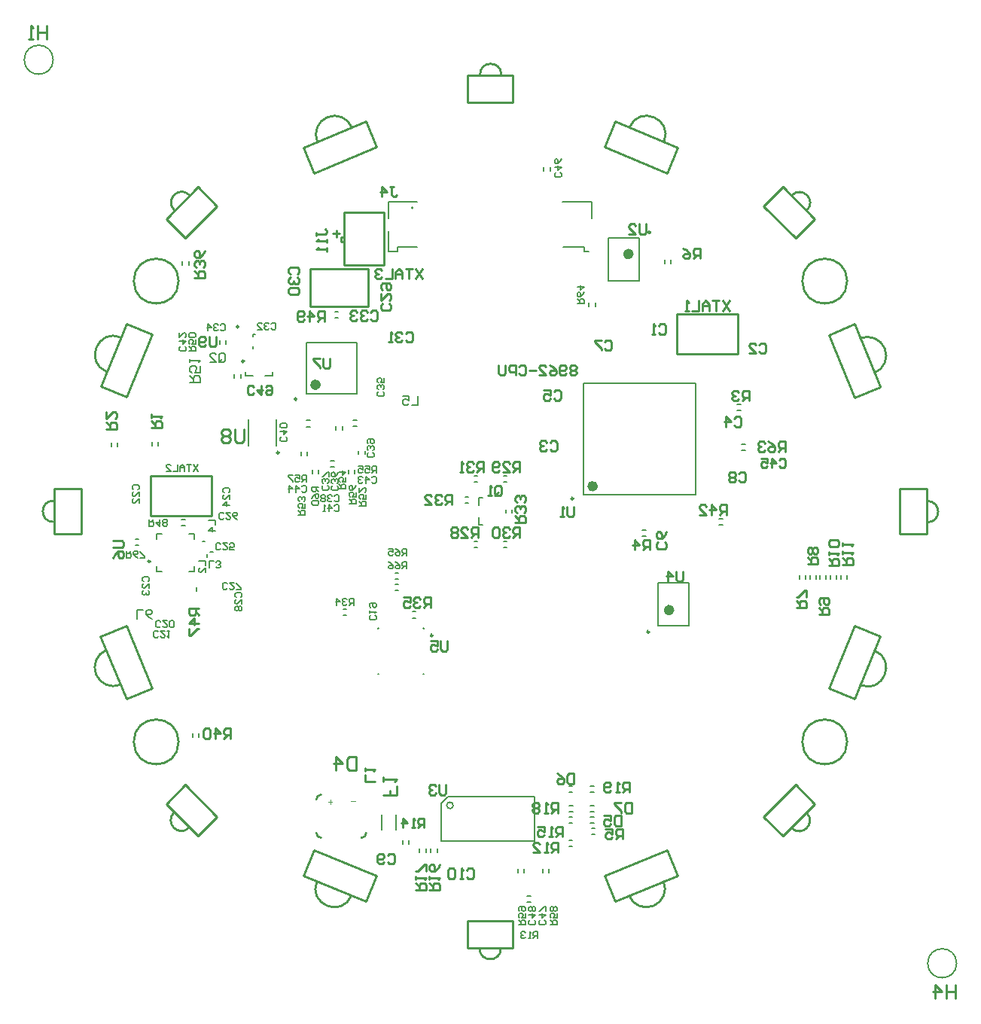
<source format=gbo>
%FSLAX25Y25*%
%MOIN*%
G70*
G01*
G75*
G04 Layer_Color=32896*
%ADD10C,0.01500*%
%ADD11C,0.04000*%
%ADD12R,0.03150X0.05906*%
G04:AMPARAMS|DCode=13|XSize=35.43mil|YSize=27.56mil|CornerRadius=0mil|HoleSize=0mil|Usage=FLASHONLY|Rotation=169.100|XOffset=0mil|YOffset=0mil|HoleType=Round|Shape=Rectangle|*
%AMROTATEDRECTD13*
4,1,4,0.02000,0.01018,0.01479,-0.01688,-0.02000,-0.01018,-0.01479,0.01688,0.02000,0.01018,0.0*
%
%ADD13ROTATEDRECTD13*%

%ADD14R,0.02756X0.03543*%
G04:AMPARAMS|DCode=15|XSize=35.43mil|YSize=27.56mil|CornerRadius=0mil|HoleSize=0mil|Usage=FLASHONLY|Rotation=162.000|XOffset=0mil|YOffset=0mil|HoleType=Round|Shape=Rectangle|*
%AMROTATEDRECTD15*
4,1,4,0.02111,0.00763,0.01259,-0.01858,-0.02111,-0.00763,-0.01259,0.01858,0.02111,0.00763,0.0*
%
%ADD15ROTATEDRECTD15*%

G04:AMPARAMS|DCode=16|XSize=35.43mil|YSize=27.56mil|CornerRadius=0mil|HoleSize=0mil|Usage=FLASHONLY|Rotation=234.000|XOffset=0mil|YOffset=0mil|HoleType=Round|Shape=Rectangle|*
%AMROTATEDRECTD16*
4,1,4,-0.00073,0.02243,0.02156,0.00623,0.00073,-0.02243,-0.02156,-0.00623,-0.00073,0.02243,0.0*
%
%ADD16ROTATEDRECTD16*%

G04:AMPARAMS|DCode=17|XSize=35.43mil|YSize=27.56mil|CornerRadius=0mil|HoleSize=0mil|Usage=FLASHONLY|Rotation=306.000|XOffset=0mil|YOffset=0mil|HoleType=Round|Shape=Rectangle|*
%AMROTATEDRECTD17*
4,1,4,-0.02156,0.00623,0.00073,0.02243,0.02156,-0.00623,-0.00073,-0.02243,-0.02156,0.00623,0.0*
%
%ADD17ROTATEDRECTD17*%

G04:AMPARAMS|DCode=18|XSize=35.43mil|YSize=27.56mil|CornerRadius=0mil|HoleSize=0mil|Usage=FLASHONLY|Rotation=18.000|XOffset=0mil|YOffset=0mil|HoleType=Round|Shape=Rectangle|*
%AMROTATEDRECTD18*
4,1,4,-0.01259,-0.01858,-0.02111,0.00763,0.01259,0.01858,0.02111,-0.00763,-0.01259,-0.01858,0.0*
%
%ADD18ROTATEDRECTD18*%

%ADD19R,0.03543X0.02756*%
%ADD20R,0.08000X0.05000*%
G04:AMPARAMS|DCode=21|XSize=35.43mil|YSize=27.56mil|CornerRadius=0mil|HoleSize=0mil|Usage=FLASHONLY|Rotation=225.000|XOffset=0mil|YOffset=0mil|HoleType=Round|Shape=Rectangle|*
%AMROTATEDRECTD21*
4,1,4,0.00278,0.02227,0.02227,0.00278,-0.00278,-0.02227,-0.02227,-0.00278,0.00278,0.02227,0.0*
%
%ADD21ROTATEDRECTD21*%

G04:AMPARAMS|DCode=22|XSize=19.69mil|YSize=23.62mil|CornerRadius=0mil|HoleSize=0mil|Usage=FLASHONLY|Rotation=337.500|XOffset=0mil|YOffset=0mil|HoleType=Round|Shape=Rectangle|*
%AMROTATEDRECTD22*
4,1,4,-0.01361,-0.00715,-0.00457,0.01468,0.01361,0.00715,0.00457,-0.01468,-0.01361,-0.00715,0.0*
%
%ADD22ROTATEDRECTD22*%

G04:AMPARAMS|DCode=23|XSize=19.69mil|YSize=23.62mil|CornerRadius=0mil|HoleSize=0mil|Usage=FLASHONLY|Rotation=292.500|XOffset=0mil|YOffset=0mil|HoleType=Round|Shape=Rectangle|*
%AMROTATEDRECTD23*
4,1,4,-0.01468,0.00457,0.00715,0.01361,0.01468,-0.00457,-0.00715,-0.01361,-0.01468,0.00457,0.0*
%
%ADD23ROTATEDRECTD23*%

G04:AMPARAMS|DCode=24|XSize=19.69mil|YSize=23.62mil|CornerRadius=0mil|HoleSize=0mil|Usage=FLASHONLY|Rotation=247.500|XOffset=0mil|YOffset=0mil|HoleType=Round|Shape=Rectangle|*
%AMROTATEDRECTD24*
4,1,4,-0.00715,0.01361,0.01468,0.00457,0.00715,-0.01361,-0.01468,-0.00457,-0.00715,0.01361,0.0*
%
%ADD24ROTATEDRECTD24*%

G04:AMPARAMS|DCode=25|XSize=19.69mil|YSize=23.62mil|CornerRadius=0mil|HoleSize=0mil|Usage=FLASHONLY|Rotation=202.500|XOffset=0mil|YOffset=0mil|HoleType=Round|Shape=Rectangle|*
%AMROTATEDRECTD25*
4,1,4,0.00457,0.01468,0.01361,-0.00715,-0.00457,-0.01468,-0.01361,0.00715,0.00457,0.01468,0.0*
%
%ADD25ROTATEDRECTD25*%

%ADD26R,0.02362X0.01969*%
%ADD27R,0.01969X0.02362*%
G04:AMPARAMS|DCode=28|XSize=80mil|YSize=50mil|CornerRadius=0mil|HoleSize=0mil|Usage=FLASHONLY|Rotation=104.000|XOffset=0mil|YOffset=0mil|HoleType=Round|Shape=Rectangle|*
%AMROTATEDRECTD28*
4,1,4,0.03393,-0.03276,-0.01458,-0.04486,-0.03393,0.03276,0.01458,0.04486,0.03393,-0.03276,0.0*
%
%ADD28ROTATEDRECTD28*%

%ADD29R,0.09449X0.09449*%
%ADD30R,0.06850X0.05512*%
%ADD31P,0.13919X4X345.0*%
%ADD32P,0.13919X4X285.0*%
G04:AMPARAMS|DCode=33|XSize=17.32mil|YSize=98.43mil|CornerRadius=0mil|HoleSize=0mil|Usage=FLASHONLY|Rotation=245.000|XOffset=0mil|YOffset=0mil|HoleType=Round|Shape=Rectangle|*
%AMROTATEDRECTD33*
4,1,4,-0.04094,0.02865,0.04826,-0.01295,0.04094,-0.02865,-0.04826,0.01295,-0.04094,0.02865,0.0*
%
%ADD33ROTATEDRECTD33*%

%ADD34R,0.04134X0.05906*%
%ADD35R,0.02362X0.04134*%
G04:AMPARAMS|DCode=36|XSize=64.96mil|YSize=21.65mil|CornerRadius=0mil|HoleSize=0mil|Usage=FLASHONLY|Rotation=259.100|XOffset=0mil|YOffset=0mil|HoleType=Round|Shape=Rectangle|*
%AMROTATEDRECTD36*
4,1,4,-0.00449,0.03394,0.01677,0.02985,0.00449,-0.03394,-0.01677,-0.02985,-0.00449,0.03394,0.0*
%
%ADD36ROTATEDRECTD36*%

%ADD37C,0.00800*%
%ADD38C,0.02500*%
%ADD39C,0.02000*%
%ADD40C,0.01200*%
%ADD41C,0.01000*%
G04:AMPARAMS|DCode=42|XSize=10mil|YSize=50mil|CornerRadius=0mil|HoleSize=0mil|Usage=FLASHONLY|Rotation=216.000|XOffset=0mil|YOffset=0mil|HoleType=Round|Shape=Rectangle|*
%AMROTATEDRECTD42*
4,1,4,-0.01065,0.02316,0.01874,-0.01729,0.01065,-0.02316,-0.01874,0.01729,-0.01065,0.02316,0.0*
%
%ADD42ROTATEDRECTD42*%

G04:AMPARAMS|DCode=43|XSize=10mil|YSize=50mil|CornerRadius=0mil|HoleSize=0mil|Usage=FLASHONLY|Rotation=144.000|XOffset=0mil|YOffset=0mil|HoleType=Round|Shape=Rectangle|*
%AMROTATEDRECTD43*
4,1,4,0.01874,0.01729,-0.01065,-0.02316,-0.01874,-0.01729,0.01065,0.02316,0.01874,0.01729,0.0*
%
%ADD43ROTATEDRECTD43*%

G04:AMPARAMS|DCode=44|XSize=10mil|YSize=50mil|CornerRadius=0mil|HoleSize=0mil|Usage=FLASHONLY|Rotation=288.000|XOffset=0mil|YOffset=0mil|HoleType=Round|Shape=Rectangle|*
%AMROTATEDRECTD44*
4,1,4,-0.02532,-0.00297,0.02223,0.01248,0.02532,0.00297,-0.02223,-0.01248,-0.02532,-0.00297,0.0*
%
%ADD44ROTATEDRECTD44*%

G04:AMPARAMS|DCode=45|XSize=10mil|YSize=50mil|CornerRadius=0mil|HoleSize=0mil|Usage=FLASHONLY|Rotation=72.000|XOffset=0mil|YOffset=0mil|HoleType=Round|Shape=Rectangle|*
%AMROTATEDRECTD45*
4,1,4,0.02223,-0.01248,-0.02532,0.00297,-0.02223,0.01248,0.02532,-0.00297,0.02223,-0.01248,0.0*
%
%ADD45ROTATEDRECTD45*%

%ADD46R,0.01000X0.05000*%
%ADD47C,0.03000*%
%ADD48C,0.15800*%
%ADD49C,0.14900*%
%ADD50C,0.06000*%
%ADD51C,0.26000*%
%ADD52C,0.08661*%
%ADD53C,0.05000*%
%ADD54R,0.05906X0.05906*%
%ADD55C,0.05906*%
G04:AMPARAMS|DCode=56|XSize=86.61mil|YSize=70.87mil|CornerRadius=0mil|HoleSize=0mil|Usage=FLASHONLY|Rotation=79.100|XOffset=0mil|YOffset=0mil|HoleType=Round|Shape=Round|*
%AMOVALD56*
21,1,0.01575,0.07087,0.00000,0.00000,79.1*
1,1,0.07087,-0.00149,-0.00773*
1,1,0.07087,0.00149,0.00773*
%
%ADD56OVALD56*%

%ADD57C,0.03500*%
%ADD58C,0.02700*%
%ADD59C,0.02598*%
%ADD60R,0.06693X0.01378*%
%ADD61R,0.05906X0.02362*%
%ADD62R,0.05512X0.04724*%
%ADD63R,0.03543X0.03150*%
%ADD64R,0.07087X0.04724*%
%ADD65R,0.03150X0.03543*%
%ADD66R,0.08661X0.07480*%
%ADD67O,0.01496X0.06299*%
%ADD68R,0.03937X0.04429*%
%ADD69R,0.06299X0.05118*%
%ADD70R,0.02913X0.11004*%
%ADD71R,0.04724X0.05512*%
%ADD72R,0.01142X0.06890*%
%ADD73R,0.06890X0.01142*%
%ADD74R,0.06496X0.01142*%
%ADD75R,0.01142X0.06496*%
%ADD76O,0.03347X0.00984*%
%ADD77O,0.00984X0.03347*%
%ADD78R,0.14173X0.14173*%
%ADD79O,0.00984X0.03150*%
%ADD80O,0.03150X0.00984*%
%ADD81R,0.02362X0.05906*%
%ADD82R,0.01732X0.05394*%
%ADD83C,0.02913*%
%ADD84C,0.02914*%
%ADD85R,0.07500X0.06000*%
%ADD86C,0.00500*%
%ADD87C,0.00787*%
%ADD88C,0.00984*%
%ADD89C,0.01300*%
%ADD90R,0.03950X0.06706*%
%ADD91C,0.04800*%
G04:AMPARAMS|DCode=92|XSize=43.43mil|YSize=35.56mil|CornerRadius=0mil|HoleSize=0mil|Usage=FLASHONLY|Rotation=169.100|XOffset=0mil|YOffset=0mil|HoleType=Round|Shape=Rectangle|*
%AMROTATEDRECTD92*
4,1,4,0.02469,0.01335,0.01796,-0.02157,-0.02469,-0.01335,-0.01796,0.02157,0.02469,0.01335,0.0*
%
%ADD92ROTATEDRECTD92*%

%ADD93R,0.03556X0.04343*%
G04:AMPARAMS|DCode=94|XSize=43.43mil|YSize=35.56mil|CornerRadius=0mil|HoleSize=0mil|Usage=FLASHONLY|Rotation=162.000|XOffset=0mil|YOffset=0mil|HoleType=Round|Shape=Rectangle|*
%AMROTATEDRECTD94*
4,1,4,0.02615,0.01020,0.01516,-0.02362,-0.02615,-0.01020,-0.01516,0.02362,0.02615,0.01020,0.0*
%
%ADD94ROTATEDRECTD94*%

G04:AMPARAMS|DCode=95|XSize=43.43mil|YSize=35.56mil|CornerRadius=0mil|HoleSize=0mil|Usage=FLASHONLY|Rotation=234.000|XOffset=0mil|YOffset=0mil|HoleType=Round|Shape=Rectangle|*
%AMROTATEDRECTD95*
4,1,4,-0.00162,0.02802,0.02715,0.00712,0.00162,-0.02802,-0.02715,-0.00712,-0.00162,0.02802,0.0*
%
%ADD95ROTATEDRECTD95*%

G04:AMPARAMS|DCode=96|XSize=43.43mil|YSize=35.56mil|CornerRadius=0mil|HoleSize=0mil|Usage=FLASHONLY|Rotation=306.000|XOffset=0mil|YOffset=0mil|HoleType=Round|Shape=Rectangle|*
%AMROTATEDRECTD96*
4,1,4,-0.02715,0.00712,0.00162,0.02802,0.02715,-0.00712,-0.00162,-0.02802,-0.02715,0.00712,0.0*
%
%ADD96ROTATEDRECTD96*%

G04:AMPARAMS|DCode=97|XSize=43.43mil|YSize=35.56mil|CornerRadius=0mil|HoleSize=0mil|Usage=FLASHONLY|Rotation=18.000|XOffset=0mil|YOffset=0mil|HoleType=Round|Shape=Rectangle|*
%AMROTATEDRECTD97*
4,1,4,-0.01516,-0.02362,-0.02615,0.01020,0.01516,0.02362,0.02615,-0.01020,-0.01516,-0.02362,0.0*
%
%ADD97ROTATEDRECTD97*%

%ADD98R,0.04343X0.03556*%
%ADD99R,0.08800X0.05800*%
G04:AMPARAMS|DCode=100|XSize=43.43mil|YSize=35.56mil|CornerRadius=0mil|HoleSize=0mil|Usage=FLASHONLY|Rotation=225.000|XOffset=0mil|YOffset=0mil|HoleType=Round|Shape=Rectangle|*
%AMROTATEDRECTD100*
4,1,4,0.00278,0.02793,0.02793,0.00278,-0.00278,-0.02793,-0.02793,-0.00278,0.00278,0.02793,0.0*
%
%ADD100ROTATEDRECTD100*%

G04:AMPARAMS|DCode=101|XSize=27.69mil|YSize=31.62mil|CornerRadius=0mil|HoleSize=0mil|Usage=FLASHONLY|Rotation=337.500|XOffset=0mil|YOffset=0mil|HoleType=Round|Shape=Rectangle|*
%AMROTATEDRECTD101*
4,1,4,-0.01884,-0.00931,-0.00674,0.01991,0.01884,0.00931,0.00674,-0.01991,-0.01884,-0.00931,0.0*
%
%ADD101ROTATEDRECTD101*%

G04:AMPARAMS|DCode=102|XSize=27.69mil|YSize=31.62mil|CornerRadius=0mil|HoleSize=0mil|Usage=FLASHONLY|Rotation=292.500|XOffset=0mil|YOffset=0mil|HoleType=Round|Shape=Rectangle|*
%AMROTATEDRECTD102*
4,1,4,-0.01991,0.00674,0.00931,0.01884,0.01991,-0.00674,-0.00931,-0.01884,-0.01991,0.00674,0.0*
%
%ADD102ROTATEDRECTD102*%

G04:AMPARAMS|DCode=103|XSize=27.69mil|YSize=31.62mil|CornerRadius=0mil|HoleSize=0mil|Usage=FLASHONLY|Rotation=247.500|XOffset=0mil|YOffset=0mil|HoleType=Round|Shape=Rectangle|*
%AMROTATEDRECTD103*
4,1,4,-0.00931,0.01884,0.01991,0.00674,0.00931,-0.01884,-0.01991,-0.00674,-0.00931,0.01884,0.0*
%
%ADD103ROTATEDRECTD103*%

G04:AMPARAMS|DCode=104|XSize=27.69mil|YSize=31.62mil|CornerRadius=0mil|HoleSize=0mil|Usage=FLASHONLY|Rotation=202.500|XOffset=0mil|YOffset=0mil|HoleType=Round|Shape=Rectangle|*
%AMROTATEDRECTD104*
4,1,4,0.00674,0.01991,0.01884,-0.00931,-0.00674,-0.01991,-0.01884,0.00931,0.00674,0.01991,0.0*
%
%ADD104ROTATEDRECTD104*%

%ADD105R,0.03162X0.02769*%
%ADD106R,0.02769X0.03162*%
G04:AMPARAMS|DCode=107|XSize=88mil|YSize=58mil|CornerRadius=0mil|HoleSize=0mil|Usage=FLASHONLY|Rotation=104.000|XOffset=0mil|YOffset=0mil|HoleType=Round|Shape=Rectangle|*
%AMROTATEDRECTD107*
4,1,4,0.03878,-0.03568,-0.01749,-0.04971,-0.03878,0.03568,0.01749,0.04971,0.03878,-0.03568,0.0*
%
%ADD107ROTATEDRECTD107*%

%ADD108R,0.10249X0.10249*%
%ADD109R,0.07650X0.06312*%
%ADD110P,0.15051X4X345.0*%
%ADD111P,0.15051X4X285.0*%
G04:AMPARAMS|DCode=112|XSize=25.32mil|YSize=106.42mil|CornerRadius=0mil|HoleSize=0mil|Usage=FLASHONLY|Rotation=245.000|XOffset=0mil|YOffset=0mil|HoleType=Round|Shape=Rectangle|*
%AMROTATEDRECTD112*
4,1,4,-0.04288,0.03396,0.05358,-0.01101,0.04288,-0.03396,-0.05358,0.01101,-0.04288,0.03396,0.0*
%
%ADD112ROTATEDRECTD112*%

%ADD113R,0.04934X0.06706*%
%ADD114R,0.03162X0.04934*%
G04:AMPARAMS|DCode=115|XSize=72.96mil|YSize=29.65mil|CornerRadius=0mil|HoleSize=0mil|Usage=FLASHONLY|Rotation=259.100|XOffset=0mil|YOffset=0mil|HoleType=Round|Shape=Rectangle|*
%AMROTATEDRECTD115*
4,1,4,-0.00766,0.03863,0.02146,0.03302,0.00766,-0.03863,-0.02146,-0.03302,-0.00766,0.03863,0.0*
%
%ADD115ROTATEDRECTD115*%

%ADD116C,0.03800*%
%ADD117C,0.16600*%
%ADD118C,0.15700*%
%ADD119C,0.06800*%
%ADD120C,0.26800*%
%ADD121C,0.09461*%
%ADD122C,0.05800*%
%ADD123R,0.06706X0.06706*%
%ADD124C,0.06706*%
G04:AMPARAMS|DCode=125|XSize=94.61mil|YSize=78.87mil|CornerRadius=0mil|HoleSize=0mil|Usage=FLASHONLY|Rotation=79.100|XOffset=0mil|YOffset=0mil|HoleType=Round|Shape=Round|*
%AMOVALD125*
21,1,0.01575,0.07887,0.00000,0.00000,79.1*
1,1,0.07887,-0.00149,-0.00773*
1,1,0.07887,0.00149,0.00773*
%
%ADD125OVALD125*%

%ADD126C,0.04300*%
%ADD127R,0.07493X0.02178*%
%ADD128R,0.06706X0.03162*%
%ADD129R,0.06312X0.05524*%
%ADD130R,0.04343X0.03950*%
%ADD131R,0.07887X0.05524*%
%ADD132R,0.03950X0.04343*%
%ADD133R,0.09461X0.08280*%
%ADD134O,0.02296X0.07099*%
%ADD135R,0.04737X0.05229*%
%ADD136R,0.07099X0.05918*%
%ADD137R,0.03713X0.11804*%
%ADD138R,0.05524X0.06312*%
%ADD139R,0.01942X0.07690*%
%ADD140R,0.07690X0.01942*%
%ADD141R,0.07296X0.01942*%
%ADD142R,0.01942X0.07296*%
%ADD143O,0.04147X0.01784*%
%ADD144O,0.01784X0.04147*%
%ADD145R,0.14973X0.14973*%
%ADD146O,0.01784X0.03950*%
%ADD147O,0.03950X0.01784*%
%ADD148R,0.03162X0.06706*%
%ADD149R,0.02532X0.06194*%
%ADD150C,0.03398*%
%ADD151C,0.02362*%
%ADD152C,0.00394*%
D37*
X606400Y200000D02*
G03*
X606400Y200000I-6400J0D01*
G01*
X206400Y600000D02*
G03*
X206400Y600000I-6400J0D01*
G01*
X383490Y269905D02*
G03*
X383490Y269905I-1419J0D01*
G01*
X378331Y254157D02*
X419669D01*
Y273843D01*
X381283D02*
X419669D01*
X378331Y270890D02*
X381283Y273843D01*
X378331Y254157D02*
Y270890D01*
X363000Y380500D02*
Y383499D01*
X361501D01*
X361001Y382999D01*
Y381999D01*
X361501Y381500D01*
X363000D01*
X362000D02*
X361001Y380500D01*
X358002Y383499D02*
X359001Y382999D01*
X360001Y381999D01*
Y381000D01*
X359501Y380500D01*
X358502D01*
X358002Y381000D01*
Y381500D01*
X358502Y381999D01*
X360001D01*
X355003Y383499D02*
X357002D01*
Y381999D01*
X356002Y382499D01*
X355502D01*
X355003Y381999D01*
Y381000D01*
X355502Y380500D01*
X356502D01*
X357002Y381000D01*
X363000Y374700D02*
Y377699D01*
X361501D01*
X361001Y377199D01*
Y376200D01*
X361501Y375700D01*
X363000D01*
X362000D02*
X361001Y374700D01*
X358002Y377699D02*
X359001Y377199D01*
X360001Y376200D01*
Y375200D01*
X359501Y374700D01*
X358502D01*
X358002Y375200D01*
Y375700D01*
X358502Y376200D01*
X360001D01*
X355003Y377699D02*
X356002Y377199D01*
X357002Y376200D01*
Y375200D01*
X356502Y374700D01*
X355502D01*
X355003Y375200D01*
Y375700D01*
X355502Y376200D01*
X357002D01*
X267000Y457000D02*
X271498D01*
Y459249D01*
X270749Y459999D01*
X269249D01*
X268499Y459249D01*
Y457000D01*
Y458499D02*
X267000Y459999D01*
X271498Y464498D02*
Y461498D01*
X269249D01*
X269999Y462998D01*
Y463748D01*
X269249Y464498D01*
X267750D01*
X267000Y463748D01*
Y462248D01*
X267750Y461498D01*
X267000Y465997D02*
Y467497D01*
Y466747D01*
X271498D01*
X270749Y465997D01*
X430999Y549999D02*
X431499Y549500D01*
Y548500D01*
X430999Y548000D01*
X429000D01*
X428500Y548500D01*
Y549500D01*
X429000Y549999D01*
X428500Y552498D02*
X431499D01*
X429999Y550999D01*
Y552998D01*
X431499Y555997D02*
X430999Y554998D01*
X429999Y553998D01*
X429000D01*
X428500Y554498D01*
Y555498D01*
X429000Y555997D01*
X429500D01*
X429999Y555498D01*
Y553998D01*
X412500Y217000D02*
X415499D01*
Y218499D01*
X414999Y218999D01*
X414000D01*
X413500Y218499D01*
Y217000D01*
Y218000D02*
X412500Y218999D01*
X415499Y221998D02*
Y219999D01*
X414000D01*
X414499Y220999D01*
Y221498D01*
X414000Y221998D01*
X413000D01*
X412500Y221498D01*
Y220499D01*
X413000Y219999D01*
Y222998D02*
X412500Y223498D01*
Y224498D01*
X413000Y224997D01*
X414999D01*
X415499Y224498D01*
Y223498D01*
X414999Y222998D01*
X414499D01*
X414000Y223498D01*
Y224997D01*
X426500Y217000D02*
X429499D01*
Y218499D01*
X428999Y218999D01*
X427999D01*
X427500Y218499D01*
Y217000D01*
Y218000D02*
X426500Y218999D01*
X429499Y221998D02*
Y219999D01*
X427999D01*
X428499Y220999D01*
Y221498D01*
X427999Y221998D01*
X427000D01*
X426500Y221498D01*
Y220499D01*
X427000Y219999D01*
X428999Y222998D02*
X429499Y223498D01*
Y224498D01*
X428999Y224997D01*
X428499D01*
X427999Y224498D01*
X427500Y224997D01*
X427000D01*
X426500Y224498D01*
Y223498D01*
X427000Y222998D01*
X427500D01*
X427999Y223498D01*
X428499Y222998D01*
X428999D01*
X427999Y223498D02*
Y224498D01*
X423999Y218999D02*
X424499Y218499D01*
Y217500D01*
X423999Y217000D01*
X422000D01*
X421500Y217500D01*
Y218499D01*
X422000Y218999D01*
X421500Y221498D02*
X424499D01*
X422999Y219999D01*
Y221998D01*
X424499Y222998D02*
Y224997D01*
X423999D01*
X422000Y222998D01*
X421500D01*
X419499Y218999D02*
X419999Y218499D01*
Y217500D01*
X419499Y217000D01*
X417500D01*
X417000Y217500D01*
Y218499D01*
X417500Y218999D01*
X417000Y221498D02*
X419999D01*
X418500Y219999D01*
Y221998D01*
X419499Y222998D02*
X419999Y223498D01*
Y224498D01*
X419499Y224997D01*
X418999D01*
X418500Y224498D01*
X418000Y224997D01*
X417500D01*
X417000Y224498D01*
Y223498D01*
X417500Y222998D01*
X418000D01*
X418500Y223498D01*
X418999Y222998D01*
X419499D01*
X418500Y223498D02*
Y224498D01*
X438500Y492000D02*
X441499D01*
Y493500D01*
X440999Y493999D01*
X439999D01*
X439500Y493500D01*
Y492000D01*
Y493000D02*
X438500Y493999D01*
X441499Y496998D02*
X440999Y495999D01*
X439999Y494999D01*
X439000D01*
X438500Y495499D01*
Y496498D01*
X439000Y496998D01*
X439500D01*
X439999Y496498D01*
Y494999D01*
X438500Y499498D02*
X441499D01*
X439999Y497998D01*
Y499997D01*
X239000Y382500D02*
Y379501D01*
X240499D01*
X240999Y380001D01*
Y381000D01*
X240499Y381500D01*
X239000D01*
X240000D02*
X240999Y382500D01*
X243998Y379501D02*
X242999Y380001D01*
X241999Y381000D01*
Y382000D01*
X242499Y382500D01*
X243498D01*
X243998Y382000D01*
Y381500D01*
X243498Y381000D01*
X241999D01*
X244998Y379501D02*
X246997D01*
Y380001D01*
X244998Y382000D01*
Y382500D01*
X339500Y358500D02*
Y361499D01*
X338000D01*
X337501Y360999D01*
Y359999D01*
X338000Y359500D01*
X339500D01*
X338500D02*
X337501Y358500D01*
X336501Y360999D02*
X336001Y361499D01*
X335001D01*
X334502Y360999D01*
Y360499D01*
X335001Y359999D01*
X335501D01*
X335001D01*
X334502Y359500D01*
Y359000D01*
X335001Y358500D01*
X336001D01*
X336501Y359000D01*
X332002Y358500D02*
Y361499D01*
X333502Y359999D01*
X331503D01*
X303001Y482999D02*
X303501Y483499D01*
X304500D01*
X305000Y482999D01*
Y481000D01*
X304500Y480500D01*
X303501D01*
X303001Y481000D01*
X302001Y482999D02*
X301501Y483499D01*
X300501D01*
X300002Y482999D01*
Y482499D01*
X300501Y481999D01*
X301001D01*
X300501D01*
X300002Y481500D01*
Y481000D01*
X300501Y480500D01*
X301501D01*
X302001Y481000D01*
X297003Y480500D02*
X299002D01*
X297003Y482499D01*
Y482999D01*
X297502Y483499D01*
X298502D01*
X299002Y482999D01*
X264849Y472999D02*
X265349Y472500D01*
Y471500D01*
X264849Y471000D01*
X262850D01*
X262350Y471500D01*
Y472500D01*
X262850Y472999D01*
X262350Y475498D02*
X265349D01*
X263849Y473999D01*
Y475998D01*
X262350Y478997D02*
Y476998D01*
X264349Y478997D01*
X264849D01*
X265349Y478498D01*
Y477498D01*
X264849Y476998D01*
X331001Y402499D02*
X331501Y402999D01*
X332500D01*
X333000Y402499D01*
Y400500D01*
X332500Y400000D01*
X331501D01*
X331001Y400500D01*
X328502Y400000D02*
Y402999D01*
X330001Y401500D01*
X328002D01*
X327002Y400000D02*
X326002D01*
X326502D01*
Y402999D01*
X327002Y402499D01*
X347501Y414999D02*
X348001Y415499D01*
X349000D01*
X349500Y414999D01*
Y413000D01*
X349000Y412500D01*
X348001D01*
X347501Y413000D01*
X345002Y412500D02*
Y415499D01*
X346501Y414000D01*
X344502D01*
X343502Y414999D02*
X343002Y415499D01*
X342002D01*
X341503Y414999D01*
Y414499D01*
X342002Y414000D01*
X342502D01*
X342002D01*
X341503Y413500D01*
Y413000D01*
X342002Y412500D01*
X343002D01*
X343502Y413000D01*
X316501Y410999D02*
X317001Y411499D01*
X318000D01*
X318500Y410999D01*
Y409000D01*
X318000Y408500D01*
X317001D01*
X316501Y409000D01*
X314001Y408500D02*
Y411499D01*
X315501Y410000D01*
X313502D01*
X311002Y408500D02*
Y411499D01*
X312502Y410000D01*
X310503D01*
X348999Y353999D02*
X349499Y353500D01*
Y352500D01*
X348999Y352000D01*
X347000D01*
X346500Y352500D01*
Y353500D01*
X347000Y353999D01*
X346500Y354999D02*
Y355999D01*
Y355499D01*
X349499D01*
X348999Y354999D01*
X347000Y357498D02*
X346500Y357998D01*
Y358998D01*
X347000Y359498D01*
X348999D01*
X349499Y358998D01*
Y357998D01*
X348999Y357498D01*
X348499D01*
X348000Y357998D01*
Y359498D01*
X367800Y450999D02*
Y447000D01*
X365134D01*
X361136Y450999D02*
X363801D01*
Y448999D01*
X362468Y449666D01*
X361802D01*
X361136Y448999D01*
Y447666D01*
X361802Y447000D01*
X363135D01*
X363801Y447666D01*
X270500Y420818D02*
X268501Y417819D01*
Y420818D02*
X270500Y417819D01*
X267501Y420818D02*
X265502D01*
X266501D01*
Y417819D01*
X264502D02*
Y419818D01*
X263502Y420818D01*
X262503Y419818D01*
Y417819D01*
Y419318D01*
X264502D01*
X261503Y420818D02*
Y417819D01*
X259504D01*
X256505D02*
X258504D01*
X256505Y419818D01*
Y420318D01*
X257004Y420818D01*
X258004D01*
X258504Y420318D01*
X246501Y369001D02*
X246001Y369500D01*
Y370500D01*
X246501Y371000D01*
X248500D01*
X249000Y370500D01*
Y369500D01*
X248500Y369001D01*
X249000Y366002D02*
Y368001D01*
X247001Y366002D01*
X246501D01*
X246001Y366501D01*
Y367501D01*
X246501Y368001D01*
Y365002D02*
X246001Y364502D01*
Y363502D01*
X246501Y363003D01*
X247001D01*
X247500Y363502D01*
Y364002D01*
Y363502D01*
X248000Y363003D01*
X248500D01*
X249000Y363502D01*
Y364502D01*
X248500Y365002D01*
X253999Y349182D02*
X253500Y348682D01*
X252500D01*
X252000Y349182D01*
Y351181D01*
X252500Y351681D01*
X253500D01*
X253999Y351181D01*
X256998Y351681D02*
X254999D01*
X256998Y349682D01*
Y349182D01*
X256499Y348682D01*
X255499D01*
X254999Y349182D01*
X257998D02*
X258498Y348682D01*
X259498D01*
X259997Y349182D01*
Y351181D01*
X259498Y351681D01*
X258498D01*
X257998Y351181D01*
Y349182D01*
X287501Y362001D02*
X287001Y362501D01*
Y363500D01*
X287501Y364000D01*
X289500D01*
X290000Y363500D01*
Y362501D01*
X289500Y362001D01*
X290000Y359002D02*
Y361001D01*
X288001Y359002D01*
X287501D01*
X287001Y359502D01*
Y360501D01*
X287501Y361001D01*
Y358002D02*
X287001Y357502D01*
Y356502D01*
X287501Y356003D01*
X288001D01*
X288500Y356502D01*
X289000Y356003D01*
X289500D01*
X290000Y356502D01*
Y357502D01*
X289500Y358002D01*
X289000D01*
X288500Y357502D01*
X288001Y358002D01*
X287501D01*
X288500Y357502D02*
Y356502D01*
X280499Y383580D02*
X279999Y383080D01*
X279000D01*
X278500Y383580D01*
Y385579D01*
X279000Y386079D01*
X279999D01*
X280499Y385579D01*
X283498Y386079D02*
X281499D01*
X283498Y384080D01*
Y383580D01*
X282998Y383080D01*
X281999D01*
X281499Y383580D01*
X286497Y383080D02*
X284498D01*
Y384579D01*
X285498Y384080D01*
X285998D01*
X286497Y384579D01*
Y385579D01*
X285998Y386079D01*
X284998D01*
X284498Y385579D01*
X252999Y344682D02*
X252500Y344182D01*
X251500D01*
X251000Y344682D01*
Y346681D01*
X251500Y347181D01*
X252500D01*
X252999Y346681D01*
X255998Y347181D02*
X253999D01*
X255998Y345182D01*
Y344682D01*
X255499Y344182D01*
X254499D01*
X253999Y344682D01*
X256998Y347181D02*
X257998D01*
X257498D01*
Y344182D01*
X256998Y344682D01*
X282182Y408320D02*
X281682Y408819D01*
Y409819D01*
X282182Y410319D01*
X284181D01*
X284681Y409819D01*
Y408819D01*
X284181Y408320D01*
X284681Y405321D02*
Y407320D01*
X282682Y405321D01*
X282182D01*
X281682Y405820D01*
Y406820D01*
X282182Y407320D01*
X284681Y402821D02*
X281682D01*
X283182Y404321D01*
Y402321D01*
X281999Y397001D02*
X281500Y396501D01*
X280500D01*
X280000Y397001D01*
Y399000D01*
X280500Y399500D01*
X281500D01*
X281999Y399000D01*
X284998Y399500D02*
X282999D01*
X284998Y397501D01*
Y397001D01*
X284499Y396501D01*
X283499D01*
X282999Y397001D01*
X287997Y396501D02*
X286998Y397001D01*
X285998Y398001D01*
Y399000D01*
X286498Y399500D01*
X287498D01*
X287997Y399000D01*
Y398500D01*
X287498Y398001D01*
X285998D01*
X242001Y409761D02*
X241501Y410260D01*
Y411260D01*
X242001Y411760D01*
X244000D01*
X244500Y411260D01*
Y410260D01*
X244000Y409761D01*
X244500Y406762D02*
Y408761D01*
X242501Y406762D01*
X242001D01*
X241501Y407261D01*
Y408261D01*
X242001Y408761D01*
X244500Y403762D02*
Y405762D01*
X242501Y403762D01*
X242001D01*
X241501Y404262D01*
Y405262D01*
X242001Y405762D01*
X283499Y366001D02*
X282999Y365501D01*
X282000D01*
X281500Y366001D01*
Y368000D01*
X282000Y368500D01*
X282999D01*
X283499Y368000D01*
X286498Y368500D02*
X284499D01*
X286498Y366501D01*
Y366001D01*
X285999Y365501D01*
X284999D01*
X284499Y366001D01*
X287498Y365501D02*
X289497D01*
Y366001D01*
X287498Y368000D01*
Y368500D01*
X275500Y375001D02*
Y378000D01*
X277499D01*
X278499Y375501D02*
X278999Y375001D01*
X279998D01*
X280498Y375501D01*
Y376001D01*
X279998Y376501D01*
X279499D01*
X279998D01*
X280498Y377000D01*
Y377500D01*
X279998Y378000D01*
X278999D01*
X278499Y377500D01*
X271001Y378000D02*
X274000D01*
Y376001D01*
Y373002D02*
Y375001D01*
X272001Y373002D01*
X271501D01*
X271001Y373501D01*
Y374501D01*
X271501Y375001D01*
X275201Y396060D02*
X278200D01*
Y394061D01*
Y391561D02*
X275201D01*
X276700Y393061D01*
Y391061D01*
X249000Y396500D02*
Y393501D01*
X250500D01*
X250999Y394001D01*
Y395001D01*
X250500Y395500D01*
X249000D01*
X250000D02*
X250999Y396500D01*
X253499D02*
Y393501D01*
X251999Y395001D01*
X253998D01*
X254998Y394001D02*
X255498Y393501D01*
X256498D01*
X256997Y394001D01*
Y394501D01*
X256498Y395001D01*
X256997Y395500D01*
Y396000D01*
X256498Y396500D01*
X255498D01*
X254998Y396000D01*
Y395500D01*
X255498Y395001D01*
X254998Y394501D01*
Y394001D01*
X255498Y395001D02*
X256498D01*
X280501Y482499D02*
X281000Y482999D01*
X282000D01*
X282500Y482499D01*
Y480500D01*
X282000Y480000D01*
X281000D01*
X280501Y480500D01*
X279501Y482499D02*
X279001Y482999D01*
X278001D01*
X277502Y482499D01*
Y481999D01*
X278001Y481499D01*
X278501D01*
X278001D01*
X277502Y481000D01*
Y480500D01*
X278001Y480000D01*
X279001D01*
X279501Y480500D01*
X275002Y480000D02*
Y482999D01*
X276502Y481499D01*
X274503D01*
X352499Y452999D02*
X352999Y452499D01*
Y451500D01*
X352499Y451000D01*
X350500D01*
X350000Y451500D01*
Y452499D01*
X350500Y452999D01*
X352499Y453999D02*
X352999Y454499D01*
Y455499D01*
X352499Y455998D01*
X351999D01*
X351500Y455499D01*
Y454999D01*
Y455499D01*
X351000Y455998D01*
X350500D01*
X350000Y455499D01*
Y454499D01*
X350500Y453999D01*
X352999Y458997D02*
Y456998D01*
X351500D01*
X351999Y457998D01*
Y458498D01*
X351500Y458997D01*
X350500D01*
X350000Y458498D01*
Y457498D01*
X350500Y456998D01*
X332028Y411328D02*
X332527Y410828D01*
Y409828D01*
X332028Y409328D01*
X330028D01*
X329528Y409828D01*
Y410828D01*
X330028Y411328D01*
X332028Y412327D02*
X332527Y412827D01*
Y413827D01*
X332028Y414327D01*
X331528D01*
X331028Y413827D01*
Y413327D01*
Y413827D01*
X330528Y414327D01*
X330028D01*
X329528Y413827D01*
Y412827D01*
X330028Y412327D01*
X332527Y417326D02*
X332028Y416326D01*
X331028Y415326D01*
X330028D01*
X329528Y415826D01*
Y416826D01*
X330028Y417326D01*
X330528D01*
X331028Y416826D01*
Y415326D01*
X309499Y432999D02*
X309999Y432500D01*
Y431500D01*
X309499Y431000D01*
X307500D01*
X307000Y431500D01*
Y432500D01*
X307500Y432999D01*
X307000Y435499D02*
X309999D01*
X308500Y433999D01*
Y435998D01*
X309499Y436998D02*
X309999Y437498D01*
Y438498D01*
X309499Y438997D01*
X307500D01*
X307000Y438498D01*
Y437498D01*
X307500Y436998D01*
X309499D01*
X347999Y425999D02*
X348499Y425499D01*
Y424500D01*
X347999Y424000D01*
X346000D01*
X345500Y424500D01*
Y425499D01*
X346000Y425999D01*
X347999Y426999D02*
X348499Y427499D01*
Y428499D01*
X347999Y428998D01*
X347499D01*
X347000Y428499D01*
Y427999D01*
Y428499D01*
X346500Y428998D01*
X346000D01*
X345500Y428499D01*
Y427499D01*
X346000Y426999D01*
Y429998D02*
X345500Y430498D01*
Y431498D01*
X346000Y431997D01*
X347999D01*
X348499Y431498D01*
Y430498D01*
X347999Y429998D01*
X347499D01*
X347000Y430498D01*
Y431997D01*
X331001Y406899D02*
X331501Y407399D01*
X332500D01*
X333000Y406899D01*
Y404900D01*
X332500Y404400D01*
X331501D01*
X331001Y404900D01*
X330001Y406899D02*
X329501Y407399D01*
X328502D01*
X328002Y406899D01*
Y406399D01*
X328502Y405899D01*
X329001D01*
X328502D01*
X328002Y405400D01*
Y404900D01*
X328502Y404400D01*
X329501D01*
X330001Y404900D01*
X327002Y406899D02*
X326502Y407399D01*
X325502D01*
X325003Y406899D01*
Y406399D01*
X325502Y405899D01*
X325003Y405400D01*
Y404900D01*
X325502Y404400D01*
X326502D01*
X327002Y404900D01*
Y405400D01*
X326502Y405899D01*
X327002Y406399D01*
Y406899D01*
X326502Y405899D02*
X325502D01*
X318500Y413000D02*
Y415999D01*
X317001D01*
X316501Y415499D01*
Y414500D01*
X317001Y414000D01*
X318500D01*
X317500D02*
X316501Y413000D01*
X313502Y415999D02*
X315501D01*
Y414500D01*
X314501Y414999D01*
X314001D01*
X313502Y414500D01*
Y413500D01*
X314001Y413000D01*
X315001D01*
X315501Y413500D01*
X312502Y415999D02*
X310503D01*
Y415499D01*
X312502Y413500D01*
Y413000D01*
X349500Y417000D02*
Y419999D01*
X348001D01*
X347501Y419499D01*
Y418500D01*
X348001Y418000D01*
X349500D01*
X348500D02*
X347501Y417000D01*
X344502Y419999D02*
X346501D01*
Y418500D01*
X345501Y418999D01*
X345002D01*
X344502Y418500D01*
Y417500D01*
X345002Y417000D01*
X346001D01*
X346501Y417500D01*
X341503Y419999D02*
X343502D01*
Y418500D01*
X342502Y418999D01*
X342002D01*
X341503Y418500D01*
Y417500D01*
X342002Y417000D01*
X343002D01*
X343502Y417500D01*
X333000Y410000D02*
X335999D01*
Y411500D01*
X335499Y411999D01*
X334500D01*
X334000Y411500D01*
Y410000D01*
Y411000D02*
X333000Y411999D01*
X335999Y414998D02*
Y412999D01*
X334500D01*
X334999Y413999D01*
Y414499D01*
X334500Y414998D01*
X333500D01*
X333000Y414499D01*
Y413499D01*
X333500Y412999D01*
X333000Y417498D02*
X335999D01*
X334500Y415998D01*
Y417997D01*
X327999Y411499D02*
X328499Y410999D01*
Y410000D01*
X327999Y409500D01*
X326000D01*
X325500Y410000D01*
Y410999D01*
X326000Y411499D01*
X327999Y412499D02*
X328499Y412999D01*
Y413999D01*
X327999Y414498D01*
X327499D01*
X326999Y413999D01*
Y413499D01*
Y413999D01*
X326500Y414498D01*
X326000D01*
X325500Y413999D01*
Y412999D01*
X326000Y412499D01*
X328499Y415498D02*
Y417497D01*
X327999D01*
X326000Y415498D01*
X325500D01*
X324000Y410928D02*
X321001D01*
Y409429D01*
X321501Y408929D01*
X322500D01*
X323000Y409429D01*
Y410928D01*
Y409929D02*
X324000Y408929D01*
X321001Y405930D02*
X321501Y406930D01*
X322500Y407929D01*
X323500D01*
X324000Y407430D01*
Y406430D01*
X323500Y405930D01*
X323000D01*
X322500Y406430D01*
Y407929D01*
X321501Y404930D02*
X321001Y404430D01*
Y403431D01*
X321501Y402931D01*
X323500D01*
X324000Y403431D01*
Y404430D01*
X323500Y404930D01*
X321501D01*
X315000Y398500D02*
X317999D01*
Y399999D01*
X317499Y400499D01*
X316499D01*
X316000Y399999D01*
Y398500D01*
Y399500D02*
X315000Y400499D01*
X317999Y403498D02*
Y401499D01*
X316499D01*
X316999Y402499D01*
Y402998D01*
X316499Y403498D01*
X315500D01*
X315000Y402998D01*
Y401999D01*
X315500Y401499D01*
X317499Y404498D02*
X317999Y404998D01*
Y405998D01*
X317499Y406497D01*
X316999D01*
X316499Y405998D01*
Y405498D01*
Y405998D01*
X316000Y406497D01*
X315500D01*
X315000Y405998D01*
Y404998D01*
X315500Y404498D01*
X279834Y466666D02*
Y469332D01*
X280501Y469999D01*
X281834D01*
X282500Y469332D01*
Y466666D01*
X281834Y466000D01*
X280501D01*
X281167Y467333D02*
X279834Y466000D01*
X280501D02*
X279834Y466666D01*
X275835Y466000D02*
X278501D01*
X275835Y468666D01*
Y469332D01*
X276502Y469999D01*
X277835D01*
X278501Y469332D01*
X266500Y471000D02*
X269499D01*
Y472500D01*
X268999Y472999D01*
X268000D01*
X267500Y472500D01*
Y471000D01*
Y472000D02*
X266500Y472999D01*
X269499Y475998D02*
Y473999D01*
X268000D01*
X268499Y474999D01*
Y475498D01*
X268000Y475998D01*
X267000D01*
X266500Y475498D01*
Y474499D01*
X267000Y473999D01*
X268999Y476998D02*
X269499Y477498D01*
Y478498D01*
X268999Y478997D01*
X267000D01*
X266500Y478498D01*
Y477498D01*
X267000Y476998D01*
X268999D01*
X337500Y403500D02*
X340499D01*
Y404999D01*
X339999Y405499D01*
X339000D01*
X338500Y404999D01*
Y403500D01*
Y404500D02*
X337500Y405499D01*
X340499Y408498D02*
Y406499D01*
X339000D01*
X339499Y407499D01*
Y407999D01*
X339000Y408498D01*
X338000D01*
X337500Y407999D01*
Y406999D01*
X338000Y406499D01*
X340499Y411497D02*
X339999Y410498D01*
X339000Y409498D01*
X338000D01*
X337500Y409998D01*
Y410998D01*
X338000Y411497D01*
X338500D01*
X339000Y410998D01*
Y409498D01*
X342000Y402500D02*
X344999D01*
Y404000D01*
X344499Y404499D01*
X343499D01*
X343000Y404000D01*
Y402500D01*
Y403500D02*
X342000Y404499D01*
X344999Y407498D02*
Y405499D01*
X343499D01*
X343999Y406499D01*
Y406998D01*
X343499Y407498D01*
X342500D01*
X342000Y406998D01*
Y405999D01*
X342500Y405499D01*
X342000Y410497D02*
Y408498D01*
X343999Y410497D01*
X344499D01*
X344999Y409998D01*
Y408998D01*
X344499Y408498D01*
X243500Y352501D02*
Y356500D01*
X246166D01*
X250165Y352501D02*
X248832Y353168D01*
X247499Y354501D01*
Y355834D01*
X248165Y356500D01*
X249498D01*
X250165Y355834D01*
Y355167D01*
X249498Y354501D01*
X247499D01*
D41*
X259860Y266632D02*
G03*
X266509Y259982I3325J-3325D01*
G01*
X266632Y540140D02*
G03*
X259982Y533491I-3325J-3325D01*
G01*
X395212Y206501D02*
G03*
X404615Y206501I4702J0D01*
G01*
X236378Y477129D02*
G03*
X230049Y461852I-3164J-7639D01*
G01*
X229883Y338608D02*
G03*
X236211Y323331I3164J-7639D01*
G01*
X323171Y236278D02*
G03*
X338448Y229949I7639J-3164D01*
G01*
X461392Y229883D02*
G03*
X476669Y236211I7639J3164D01*
G01*
X563723Y323171D02*
G03*
X570051Y338448I3164J7639D01*
G01*
X570117Y461392D02*
G03*
X563789Y476669I-3164J7639D01*
G01*
X476829Y563723D02*
G03*
X461552Y570051I-7639J3164D01*
G01*
X404788Y593499D02*
G03*
X395385Y593499I-4702J0D01*
G01*
X533368Y259860D02*
G03*
X540018Y266509I3325J3325D01*
G01*
X593499Y395212D02*
G03*
X593499Y404615I0J4702D01*
G01*
X540140Y533368D02*
G03*
X533491Y540018I-3325J3325D01*
G01*
X261925Y502000D02*
G03*
X261925Y502000I-9925J0D01*
G01*
X557925D02*
G03*
X557925Y502000I-9925J0D01*
G01*
X261925Y298000D02*
G03*
X261925Y298000I-9925J0D01*
G01*
X322935Y257599D02*
G03*
X325000Y255534I2065J0D01*
G01*
X342913D02*
G03*
X344978Y257599I0J2065D01*
G01*
X324999Y274625D02*
G03*
X322934Y272560I0J-2065D01*
G01*
X338608Y570117D02*
G03*
X323331Y563789I-7639J-3164D01*
G01*
X206501Y404788D02*
G03*
X206501Y395385I0J-4702D01*
G01*
X557925Y298000D02*
G03*
X557925Y298000I-9925J0D01*
G01*
X482520Y469774D02*
Y487324D01*
Y469774D02*
X509426D01*
Y487324D01*
X482520D02*
X509426D01*
X270528Y256386D02*
X279014Y264872D01*
X264872Y279014D02*
X279014Y264872D01*
X256386Y270528D02*
X264872Y279014D01*
X256386Y270528D02*
X270528Y256386D01*
X256386Y529472D02*
X264872Y520986D01*
X279014Y535128D01*
X270528Y543614D02*
X279014Y535128D01*
X256386Y529472D02*
X270528Y543614D01*
X410000Y206800D02*
Y218800D01*
X390000D02*
X410000D01*
X390000Y206800D02*
Y218800D01*
Y206800D02*
X410000D01*
X227440Y455552D02*
X238803Y450846D01*
X250284Y478562D01*
X227440Y455552D02*
X238905Y483232D01*
X238957Y483254D01*
X250284Y478562D01*
X238821Y317031D02*
X250184Y321738D01*
X238703Y349454D02*
X250184Y321738D01*
X227355Y344711D02*
X238821Y317031D01*
X227355Y344711D02*
X227376Y344763D01*
X238703Y349454D01*
X344748Y227340D02*
X349454Y238703D01*
X321738Y250184D02*
X349454Y238703D01*
X317068Y238805D02*
X344748Y227340D01*
X317046Y238857D02*
X317068Y238805D01*
X317046Y238857D02*
X321738Y250184D01*
X478262Y250184D02*
X482969Y238821D01*
X450546Y238703D02*
X478262Y250184D01*
X455289Y227355D02*
X482969Y238821D01*
X455237Y227376D02*
X455289Y227355D01*
X450546Y238703D02*
X455237Y227376D01*
X561297Y349454D02*
X572660Y344748D01*
X549816Y321738D02*
X561297Y349454D01*
X561195Y317068D02*
X572660Y344748D01*
X561143Y317046D02*
X561195Y317068D01*
X549816Y321738D02*
X561143Y317046D01*
X549816Y478262D02*
X561179Y482969D01*
X549816Y478262D02*
X561297Y450546D01*
X561179Y482969D02*
X572645Y455289D01*
X572624Y455237D02*
X572645Y455289D01*
X561297Y450546D02*
X572624Y455237D01*
X450546Y561297D02*
X455252Y572660D01*
X450546Y561297D02*
X478262Y549816D01*
X455252Y572660D02*
X482932Y561195D01*
X482954Y561143D01*
X478262Y549816D02*
X482954Y561143D01*
X390000Y581200D02*
Y593200D01*
Y581200D02*
X410000D01*
Y593200D01*
X390000D02*
X410000D01*
X535128Y279014D02*
X543614Y270528D01*
X520986Y264872D02*
X535128Y279014D01*
X520986Y264872D02*
X529472Y256386D01*
X543614Y270528D01*
X581200Y410000D02*
X593200D01*
X581200Y390000D02*
Y410000D01*
Y390000D02*
X593200D01*
Y410000D01*
X520986Y535128D02*
X529472Y543614D01*
X520986Y535128D02*
X535128Y520986D01*
X543614Y529472D01*
X529472Y543614D02*
X543614Y529472D01*
X320100Y490700D02*
X345800D01*
X320100D02*
Y507300D01*
X345800D01*
Y490700D02*
Y507300D01*
X335300Y532277D02*
X352800D01*
X335300Y509049D02*
X352800D01*
X352824Y509600D02*
Y532100D01*
X335107Y509600D02*
Y532100D01*
X330326Y523000D02*
X333200D01*
X331800Y521400D02*
Y524400D01*
X333800Y521600D02*
X334800D01*
X333800Y519600D02*
Y521600D01*
Y519600D02*
X334800D01*
X249520Y398093D02*
Y415643D01*
Y398093D02*
X276426D01*
Y415643D01*
X249520D02*
X276426D01*
X317031Y561179D02*
X321738Y549816D01*
X349454Y561297D01*
X317031Y561179D02*
X344711Y572645D01*
X344763Y572624D01*
X349454Y561297D01*
X365200Y534402D02*
Y534702D01*
X206800Y390000D02*
X218800D01*
Y410000D01*
X206800D02*
X218800D01*
X206800Y390000D02*
Y410000D01*
X527834Y422832D02*
X528501Y423499D01*
X529834D01*
X530500Y422832D01*
Y420166D01*
X529834Y419500D01*
X528501D01*
X527834Y420166D01*
X524502Y419500D02*
Y423499D01*
X526501Y421499D01*
X523836D01*
X519837Y423499D02*
X522503D01*
Y421499D01*
X521170Y422166D01*
X520503D01*
X519837Y421499D01*
Y420166D01*
X520503Y419500D01*
X521836D01*
X522503Y420166D01*
X295266Y452568D02*
X294599Y451901D01*
X293266D01*
X292600Y452568D01*
Y455234D01*
X293266Y455900D01*
X294599D01*
X295266Y455234D01*
X298598Y455900D02*
Y451901D01*
X296599Y453901D01*
X299265D01*
X300597Y455234D02*
X301264Y455900D01*
X302597D01*
X303263Y455234D01*
Y452568D01*
X302597Y451901D01*
X301264D01*
X300597Y452568D01*
Y453234D01*
X301264Y453901D01*
X303263D01*
X530500Y426500D02*
Y430999D01*
X528251D01*
X527501Y430249D01*
Y428749D01*
X528251Y427999D01*
X530500D01*
X529001D02*
X527501Y426500D01*
X523002Y430999D02*
X524502Y430249D01*
X526002Y428749D01*
Y427250D01*
X525252Y426500D01*
X523752D01*
X523002Y427250D01*
Y427999D01*
X523752Y428749D01*
X526002D01*
X521503Y430249D02*
X520753Y430999D01*
X519254D01*
X518504Y430249D01*
Y429499D01*
X519254Y428749D01*
X520003D01*
X519254D01*
X518504Y427999D01*
Y427250D01*
X519254Y426500D01*
X520753D01*
X521503Y427250D01*
X556000Y376500D02*
X560499D01*
Y378749D01*
X559749Y379499D01*
X558249D01*
X557500Y378749D01*
Y376500D01*
Y377999D02*
X556000Y379499D01*
Y380998D02*
Y382498D01*
Y381748D01*
X560499D01*
X559749Y380998D01*
X556000Y384747D02*
Y386247D01*
Y385497D01*
X560499D01*
X559749Y384747D01*
X340500Y291498D02*
Y285500D01*
X337501D01*
X336501Y286500D01*
Y290498D01*
X337501Y291498D01*
X340500D01*
X331503Y285500D02*
Y291498D01*
X334502Y288499D01*
X330503D01*
X370500Y260000D02*
Y263999D01*
X368501D01*
X367834Y263332D01*
Y261999D01*
X368501Y261333D01*
X370500D01*
X369167D02*
X367834Y260000D01*
X366501D02*
X365168D01*
X365835D01*
Y263999D01*
X366501Y263332D01*
X361170Y260000D02*
Y263999D01*
X363169Y261999D01*
X360503D01*
X461600Y275700D02*
Y280199D01*
X459351D01*
X458601Y279449D01*
Y277949D01*
X459351Y277200D01*
X461600D01*
X460101D02*
X458601Y275700D01*
X457101D02*
X455602D01*
X456352D01*
Y280199D01*
X457101Y279449D01*
X453353Y276450D02*
X452603Y275700D01*
X451103D01*
X450354Y276450D01*
Y279449D01*
X451103Y280199D01*
X452603D01*
X453353Y279449D01*
Y278699D01*
X452603Y277949D01*
X450354D01*
X437000Y283998D02*
Y279500D01*
X434751D01*
X434001Y280250D01*
Y283249D01*
X434751Y283998D01*
X437000D01*
X429502D02*
X431002Y283249D01*
X432502Y281749D01*
Y280250D01*
X431752Y279500D01*
X430252D01*
X429502Y280250D01*
Y280999D01*
X430252Y281749D01*
X432502D01*
X271000Y357181D02*
X266501D01*
Y354932D01*
X267251Y354182D01*
X268751D01*
X269500Y354932D01*
Y357181D01*
Y355682D02*
X271000Y354182D01*
Y350433D02*
X266501D01*
X268751Y352682D01*
Y349683D01*
X266501Y348184D02*
Y345185D01*
X267251D01*
X270250Y348184D01*
X271000D01*
X278500Y477498D02*
Y473750D01*
X277750Y473000D01*
X276251D01*
X275501Y473750D01*
Y477498D01*
X274002Y473750D02*
X273252Y473000D01*
X271752D01*
X271002Y473750D01*
Y476749D01*
X271752Y477498D01*
X273252D01*
X274002Y476749D01*
Y475999D01*
X273252Y475249D01*
X271002D01*
X362501Y478749D02*
X363251Y479498D01*
X364750D01*
X365500Y478749D01*
Y475750D01*
X364750Y475000D01*
X363251D01*
X362501Y475750D01*
X361001Y478749D02*
X360252Y479498D01*
X358752D01*
X358002Y478749D01*
Y477999D01*
X358752Y477249D01*
X359502D01*
X358752D01*
X358002Y476500D01*
Y475750D01*
X358752Y475000D01*
X360252D01*
X361001Y475750D01*
X356503Y475000D02*
X355003D01*
X355753D01*
Y479498D01*
X356503Y478749D01*
X323002Y522001D02*
Y523500D01*
Y522751D01*
X326750D01*
X327500Y523500D01*
Y524250D01*
X326750Y525000D01*
X327500Y520502D02*
Y519002D01*
Y519752D01*
X323002D01*
X323751Y520502D01*
X327500Y516753D02*
Y515253D01*
Y516003D01*
X323002D01*
X323751Y516753D01*
X370000Y507499D02*
X367001Y503000D01*
Y507499D02*
X370000Y503000D01*
X365501Y507499D02*
X362502D01*
X364002D01*
Y503000D01*
X361003D02*
Y505999D01*
X359503Y507499D01*
X358004Y505999D01*
Y503000D01*
Y505249D01*
X361003D01*
X356504Y507499D02*
Y503000D01*
X353505D01*
X352006Y506749D02*
X351256Y507499D01*
X349757D01*
X349007Y506749D01*
Y505999D01*
X349757Y505249D01*
X350506D01*
X349757D01*
X349007Y504499D01*
Y503750D01*
X349757Y503000D01*
X351256D01*
X352006Y503750D01*
X329000Y467899D02*
Y464150D01*
X328250Y463400D01*
X326751D01*
X326001Y464150D01*
Y467899D01*
X324501D02*
X321502D01*
Y467149D01*
X324501Y464150D01*
Y463400D01*
X514500Y449000D02*
Y453499D01*
X512251D01*
X511501Y452749D01*
Y451249D01*
X512251Y450499D01*
X514500D01*
X513000D02*
X511501Y449000D01*
X510002Y452749D02*
X509252Y453499D01*
X507752D01*
X507002Y452749D01*
Y451999D01*
X507752Y451249D01*
X508502D01*
X507752D01*
X507002Y450499D01*
Y449750D01*
X507752Y449000D01*
X509252D01*
X510002Y449750D01*
X510001Y416749D02*
X510751Y417498D01*
X512250D01*
X513000Y416749D01*
Y413750D01*
X512250Y413000D01*
X510751D01*
X510001Y413750D01*
X508501Y416749D02*
X507752Y417498D01*
X506252D01*
X505502Y416749D01*
Y415999D01*
X506252Y415249D01*
X505502Y414500D01*
Y413750D01*
X506252Y413000D01*
X507752D01*
X508501Y413750D01*
Y414500D01*
X507752Y415249D01*
X508501Y415999D01*
Y416749D01*
X507752Y415249D02*
X506252D01*
X477249Y386499D02*
X477998Y385749D01*
Y384250D01*
X477249Y383500D01*
X474250D01*
X473500Y384250D01*
Y385749D01*
X474250Y386499D01*
X477998Y390998D02*
X477249Y389498D01*
X475749Y387999D01*
X474250D01*
X473500Y388748D01*
Y390248D01*
X474250Y390998D01*
X475000D01*
X475749Y390248D01*
Y387999D01*
X437000Y402199D02*
Y398450D01*
X436250Y397700D01*
X434751D01*
X434001Y398450D01*
Y402199D01*
X432502Y397700D02*
X431002D01*
X431752D01*
Y402199D01*
X432502Y401449D01*
X380300Y279099D02*
Y275350D01*
X379550Y274600D01*
X378051D01*
X377301Y275350D01*
Y279099D01*
X375801Y278349D02*
X375052Y279099D01*
X373552D01*
X372802Y278349D01*
Y277599D01*
X373552Y276849D01*
X374302D01*
X373552D01*
X372802Y276099D01*
Y275350D01*
X373552Y274600D01*
X375052D01*
X375801Y275350D01*
X397000Y417500D02*
Y421999D01*
X394751D01*
X394001Y421249D01*
Y419749D01*
X394751Y418999D01*
X397000D01*
X395500D02*
X394001Y417500D01*
X392501Y421249D02*
X391752Y421999D01*
X390252D01*
X389502Y421249D01*
Y420499D01*
X390252Y419749D01*
X391002D01*
X390252D01*
X389502Y418999D01*
Y418250D01*
X390252Y417500D01*
X391752D01*
X392501Y418250D01*
X388003Y417500D02*
X386503D01*
X387253D01*
Y421999D01*
X388003Y421249D01*
X413000Y388500D02*
Y392999D01*
X410751D01*
X410001Y392249D01*
Y390749D01*
X410751Y390000D01*
X413000D01*
X411501D02*
X410001Y388500D01*
X408501Y392249D02*
X407752Y392999D01*
X406252D01*
X405502Y392249D01*
Y391499D01*
X406252Y390749D01*
X407002D01*
X406252D01*
X405502Y390000D01*
Y389250D01*
X406252Y388500D01*
X407752D01*
X408501Y389250D01*
X404003Y392249D02*
X403253Y392999D01*
X401754D01*
X401004Y392249D01*
Y389250D01*
X401754Y388500D01*
X403253D01*
X404003Y389250D01*
Y392249D01*
X413000Y417500D02*
Y421999D01*
X410751D01*
X410001Y421249D01*
Y419749D01*
X410751Y418999D01*
X413000D01*
X411501D02*
X410001Y417500D01*
X405502D02*
X408501D01*
X405502Y420499D01*
Y421249D01*
X406252Y421999D01*
X407752D01*
X408501Y421249D01*
X404003Y418250D02*
X403253Y417500D01*
X401754D01*
X401004Y418250D01*
Y421249D01*
X401754Y421999D01*
X403253D01*
X404003Y421249D01*
Y420499D01*
X403253Y419749D01*
X401004D01*
X394500Y388500D02*
Y392999D01*
X392251D01*
X391501Y392249D01*
Y390749D01*
X392251Y390000D01*
X394500D01*
X393001D02*
X391501Y388500D01*
X387002D02*
X390002D01*
X387002Y391499D01*
Y392249D01*
X387752Y392999D01*
X389252D01*
X390002Y392249D01*
X385503D02*
X384753Y392999D01*
X383254D01*
X382504Y392249D01*
Y391499D01*
X383254Y390749D01*
X382504Y390000D01*
Y389250D01*
X383254Y388500D01*
X384753D01*
X385503Y389250D01*
Y390000D01*
X384753Y390749D01*
X385503Y391499D01*
Y392249D01*
X384753Y390749D02*
X383254D01*
X383000Y403000D02*
Y407499D01*
X380751D01*
X380001Y406749D01*
Y405249D01*
X380751Y404499D01*
X383000D01*
X381501D02*
X380001Y403000D01*
X378502Y406749D02*
X377752Y407499D01*
X376252D01*
X375502Y406749D01*
Y405999D01*
X376252Y405249D01*
X377002D01*
X376252D01*
X375502Y404499D01*
Y403750D01*
X376252Y403000D01*
X377752D01*
X378502Y403750D01*
X371004Y403000D02*
X374003D01*
X371004Y405999D01*
Y406749D01*
X371754Y407499D01*
X373253D01*
X374003Y406749D01*
X367000Y232500D02*
X371498D01*
Y234749D01*
X370749Y235499D01*
X369249D01*
X368499Y234749D01*
Y232500D01*
Y233999D02*
X367000Y235499D01*
Y236999D02*
Y238498D01*
Y237748D01*
X371498D01*
X370749Y236999D01*
X371498Y240747D02*
Y243746D01*
X370749D01*
X367750Y240747D01*
X367000D01*
X372998Y232500D02*
X377497D01*
Y234749D01*
X376747Y235499D01*
X375248D01*
X374498Y234749D01*
Y232500D01*
Y233999D02*
X372998Y235499D01*
Y236999D02*
Y238498D01*
Y237748D01*
X377497D01*
X376747Y236999D01*
X377497Y243746D02*
X376747Y242247D01*
X375248Y240747D01*
X373748D01*
X372998Y241497D01*
Y242997D01*
X373748Y243746D01*
X374498D01*
X375248Y242997D01*
Y240747D01*
X508001Y441249D02*
X508751Y441998D01*
X510250D01*
X511000Y441249D01*
Y438250D01*
X510250Y437500D01*
X508751D01*
X508001Y438250D01*
X504252Y437500D02*
Y441998D01*
X506501Y439749D01*
X503502D01*
X426401Y430549D02*
X427151Y431298D01*
X428650D01*
X429400Y430549D01*
Y427550D01*
X428650Y426800D01*
X427151D01*
X426401Y427550D01*
X424901Y430549D02*
X424152Y431298D01*
X422652D01*
X421902Y430549D01*
Y429799D01*
X422652Y429049D01*
X423402D01*
X422652D01*
X421902Y428300D01*
Y427550D01*
X422652Y426800D01*
X424152D01*
X424901Y427550D01*
X230000Y436500D02*
X234499D01*
Y438749D01*
X233749Y439499D01*
X232249D01*
X231500Y438749D01*
Y436500D01*
Y437999D02*
X230000Y439499D01*
Y443998D02*
Y440999D01*
X232999Y443998D01*
X233749D01*
X234499Y443248D01*
Y441748D01*
X233749Y440999D01*
X250000Y437000D02*
X254499D01*
Y439249D01*
X253749Y439999D01*
X252249D01*
X251500Y439249D01*
Y437000D01*
Y438499D02*
X250000Y439999D01*
Y441499D02*
Y442998D01*
Y442248D01*
X254499D01*
X253749Y441499D01*
X285000Y299500D02*
Y303998D01*
X282751D01*
X282001Y303249D01*
Y301749D01*
X282751Y300999D01*
X285000D01*
X283501D02*
X282001Y299500D01*
X278252D02*
Y303998D01*
X280502Y301749D01*
X277502D01*
X276003Y303249D02*
X275253Y303998D01*
X273754D01*
X273004Y303249D01*
Y300250D01*
X273754Y299500D01*
X275253D01*
X276003Y300250D01*
Y303249D01*
X269000Y503500D02*
X273499D01*
Y505749D01*
X272749Y506499D01*
X271249D01*
X270499Y505749D01*
Y503500D01*
Y504999D02*
X269000Y506499D01*
X272749Y507999D02*
X273499Y508748D01*
Y510248D01*
X272749Y510998D01*
X271999D01*
X271249Y510248D01*
Y509498D01*
Y510248D01*
X270499Y510998D01*
X269750D01*
X269000Y510248D01*
Y508748D01*
X269750Y507999D01*
X273499Y515496D02*
X272749Y513997D01*
X271249Y512497D01*
X269750D01*
X269000Y513247D01*
Y514746D01*
X269750Y515496D01*
X270499D01*
X271249Y514746D01*
Y512497D01*
X348998Y280500D02*
X344500D01*
Y283499D01*
Y284998D02*
Y286498D01*
Y285748D01*
X348998D01*
X348249Y284998D01*
X505700Y493298D02*
X502701Y488800D01*
Y493298D02*
X505700Y488800D01*
X501201Y493298D02*
X498202D01*
X499702D01*
Y488800D01*
X496703D02*
Y491799D01*
X495203Y493298D01*
X493704Y491799D01*
Y488800D01*
Y491049D01*
X496703D01*
X492204Y493298D02*
Y488800D01*
X489205D01*
X487706D02*
X486206D01*
X486956D01*
Y493298D01*
X487706Y492549D01*
X549800Y376200D02*
X554298D01*
Y378449D01*
X553549Y379199D01*
X552049D01*
X551299Y378449D01*
Y376200D01*
Y377699D02*
X549800Y379199D01*
Y380698D02*
Y382198D01*
Y381448D01*
X554298D01*
X553549Y380698D01*
Y384447D02*
X554298Y385197D01*
Y386697D01*
X553549Y387446D01*
X550550D01*
X549800Y386697D01*
Y385197D01*
X550550Y384447D01*
X553549D01*
X545400Y354300D02*
X549898D01*
Y356549D01*
X549149Y357299D01*
X547649D01*
X546900Y356549D01*
Y354300D01*
Y355800D02*
X545400Y357299D01*
X546150Y358799D02*
X545400Y359548D01*
Y361048D01*
X546150Y361798D01*
X549149D01*
X549898Y361048D01*
Y359548D01*
X549149Y358799D01*
X548399D01*
X547649Y359548D01*
Y361798D01*
X540400Y376700D02*
X544899D01*
Y378949D01*
X544149Y379699D01*
X542649D01*
X541899Y378949D01*
Y376700D01*
Y378200D02*
X540400Y379699D01*
X544149Y381199D02*
X544899Y381948D01*
Y383448D01*
X544149Y384198D01*
X543399D01*
X542649Y383448D01*
X541899Y384198D01*
X541150D01*
X540400Y383448D01*
Y381948D01*
X541150Y381199D01*
X541899D01*
X542649Y381948D01*
X543399Y381199D01*
X544149D01*
X542649Y381948D02*
Y383448D01*
X535400Y357600D02*
X539898D01*
Y359849D01*
X539149Y360599D01*
X537649D01*
X536900Y359849D01*
Y357600D01*
Y359100D02*
X535400Y360599D01*
X539898Y362099D02*
Y365098D01*
X539149D01*
X536150Y362099D01*
X535400D01*
X458500Y255000D02*
Y259499D01*
X456251D01*
X455501Y258749D01*
Y257249D01*
X456251Y256500D01*
X458500D01*
X457000D02*
X455501Y255000D01*
X451002Y259499D02*
X454002D01*
Y257249D01*
X452502Y257999D01*
X451752D01*
X451002Y257249D01*
Y255750D01*
X451752Y255000D01*
X453252D01*
X454002Y255750D01*
X450601Y475049D02*
X451351Y475799D01*
X452850D01*
X453600Y475049D01*
Y472050D01*
X452850Y471300D01*
X451351D01*
X450601Y472050D01*
X449101Y475799D02*
X446102D01*
Y475049D01*
X449101Y472050D01*
Y471300D01*
X428101Y452949D02*
X428851Y453698D01*
X430350D01*
X431100Y452949D01*
Y449950D01*
X430350Y449200D01*
X428851D01*
X428101Y449950D01*
X423602Y453698D02*
X426602D01*
Y451449D01*
X425102Y452199D01*
X424352D01*
X423602Y451449D01*
Y449950D01*
X424352Y449200D01*
X425852D01*
X426602Y449950D01*
X354501Y247749D02*
X355251Y248499D01*
X356750D01*
X357500Y247749D01*
Y244750D01*
X356750Y244000D01*
X355251D01*
X354501Y244750D01*
X353001D02*
X352252Y244000D01*
X350752D01*
X350002Y244750D01*
Y247749D01*
X350752Y248499D01*
X352252D01*
X353001Y247749D01*
Y246999D01*
X352252Y246249D01*
X350002D01*
X233001Y387000D02*
X236750D01*
X237500Y386250D01*
Y384751D01*
X236750Y384001D01*
X233001D01*
Y379502D02*
X233751Y381002D01*
X235251Y382502D01*
X236750D01*
X237500Y381752D01*
Y380252D01*
X236750Y379502D01*
X236000D01*
X235251Y380252D01*
Y382502D01*
X474501Y482249D02*
X475251Y482999D01*
X476750D01*
X477500Y482249D01*
Y479250D01*
X476750Y478500D01*
X475251D01*
X474501Y479250D01*
X473001Y478500D02*
X471502D01*
X472252D01*
Y482999D01*
X473001Y482249D01*
X519001Y473749D02*
X519751Y474499D01*
X521250D01*
X522000Y473749D01*
Y470750D01*
X521250Y470000D01*
X519751D01*
X519001Y470750D01*
X514502Y470000D02*
X517501D01*
X514502Y472999D01*
Y473749D01*
X515252Y474499D01*
X516752D01*
X517501Y473749D01*
X402001Y407750D02*
Y410749D01*
X402751Y411498D01*
X404250D01*
X405000Y410749D01*
Y407750D01*
X404250Y407000D01*
X402751D01*
X403501Y408499D02*
X402001Y407000D01*
X402751D02*
X402001Y407750D01*
X400501Y407000D02*
X399002D01*
X399752D01*
Y411498D01*
X400501Y410749D01*
X470500Y383000D02*
Y387498D01*
X468251D01*
X467501Y386749D01*
Y385249D01*
X468251Y384500D01*
X470500D01*
X469000D02*
X467501Y383000D01*
X463752D02*
Y387498D01*
X466002Y385249D01*
X463002D01*
X411000Y395000D02*
X415498D01*
Y397249D01*
X414749Y397999D01*
X413249D01*
X412500Y397249D01*
Y395000D01*
Y396499D02*
X411000Y397999D01*
X414749Y399499D02*
X415498Y400248D01*
Y401748D01*
X414749Y402498D01*
X413999D01*
X413249Y401748D01*
Y400998D01*
Y401748D01*
X412500Y402498D01*
X411750D01*
X411000Y401748D01*
Y400248D01*
X411750Y399499D01*
X414749Y403997D02*
X415498Y404747D01*
Y406246D01*
X414749Y406996D01*
X413999D01*
X413249Y406246D01*
Y405497D01*
Y406246D01*
X412500Y406996D01*
X411750D01*
X411000Y406246D01*
Y404747D01*
X411750Y403997D01*
X389501Y241249D02*
X390251Y241999D01*
X391750D01*
X392500Y241249D01*
Y238250D01*
X391750Y237500D01*
X390251D01*
X389501Y238250D01*
X388001Y237500D02*
X386502D01*
X387252D01*
Y241999D01*
X388001Y241249D01*
X384253D02*
X383503Y241999D01*
X382003D01*
X381254Y241249D01*
Y238250D01*
X382003Y237500D01*
X383503D01*
X384253Y238250D01*
Y241249D01*
X430000Y249000D02*
Y253499D01*
X427751D01*
X427001Y252749D01*
Y251249D01*
X427751Y250500D01*
X430000D01*
X428501D02*
X427001Y249000D01*
X425501D02*
X424002D01*
X424752D01*
Y253499D01*
X425501Y252749D01*
X418754Y249000D02*
X421753D01*
X418754Y251999D01*
Y252749D01*
X419503Y253499D01*
X421003D01*
X421753Y252749D01*
X355601Y543798D02*
X357101D01*
X356351D01*
Y540050D01*
X357101Y539300D01*
X357850D01*
X358600Y540050D01*
X351852Y539300D02*
Y543798D01*
X354101Y541549D01*
X351102D01*
X432000Y256000D02*
Y260498D01*
X429751D01*
X429001Y259749D01*
Y258249D01*
X429751Y257500D01*
X432000D01*
X430501D02*
X429001Y256000D01*
X427501D02*
X426002D01*
X426752D01*
Y260498D01*
X427501Y259749D01*
X420754Y260498D02*
X423753D01*
Y258249D01*
X422253Y258999D01*
X421503D01*
X420754Y258249D01*
Y256750D01*
X421503Y256000D01*
X423003D01*
X423753Y256750D01*
X311376Y505126D02*
X310627Y505876D01*
Y507375D01*
X311376Y508125D01*
X314375D01*
X315125Y507375D01*
Y505876D01*
X314375Y505126D01*
X311376Y503626D02*
X310627Y502877D01*
Y501377D01*
X311376Y500627D01*
X312126D01*
X312876Y501377D01*
Y502127D01*
Y501377D01*
X313626Y500627D01*
X314375D01*
X315125Y501377D01*
Y502877D01*
X314375Y503626D01*
X311376Y499128D02*
X310627Y498378D01*
Y496879D01*
X311376Y496129D01*
X314375D01*
X315125Y496879D01*
Y498378D01*
X314375Y499128D01*
X311376D01*
X347001Y488249D02*
X347751Y488999D01*
X349250D01*
X350000Y488249D01*
Y485250D01*
X349250Y484500D01*
X347751D01*
X347001Y485250D01*
X345501Y488249D02*
X344752Y488999D01*
X343252D01*
X342502Y488249D01*
Y487499D01*
X343252Y486749D01*
X344002D01*
X343252D01*
X342502Y485999D01*
Y485250D01*
X343252Y484500D01*
X344752D01*
X345501Y485250D01*
X341003Y488249D02*
X340253Y488999D01*
X338754D01*
X338004Y488249D01*
Y487499D01*
X338754Y486749D01*
X339503D01*
X338754D01*
X338004Y485999D01*
Y485250D01*
X338754Y484500D01*
X340253D01*
X341003Y485250D01*
X326500Y484200D02*
Y488698D01*
X324251D01*
X323501Y487949D01*
Y486449D01*
X324251Y485700D01*
X326500D01*
X325001D02*
X323501Y484200D01*
X319752D02*
Y488698D01*
X322002Y486449D01*
X319002D01*
X317503Y484950D02*
X316753Y484200D01*
X315254D01*
X314504Y484950D01*
Y487949D01*
X315254Y488698D01*
X316753D01*
X317503Y487949D01*
Y487199D01*
X316753Y486449D01*
X314504D01*
X373500Y357500D02*
Y361999D01*
X371251D01*
X370501Y361249D01*
Y359749D01*
X371251Y358999D01*
X373500D01*
X372001D02*
X370501Y357500D01*
X369002Y361249D02*
X368252Y361999D01*
X366752D01*
X366002Y361249D01*
Y360499D01*
X366752Y359749D01*
X367502D01*
X366752D01*
X366002Y358999D01*
Y358250D01*
X366752Y357500D01*
X368252D01*
X369002Y358250D01*
X361504Y361999D02*
X364503D01*
Y359749D01*
X363003Y360499D01*
X362254D01*
X361504Y359749D01*
Y358250D01*
X362254Y357500D01*
X363753D01*
X364503Y358250D01*
X355249Y491999D02*
X355998Y491249D01*
Y489750D01*
X355249Y489000D01*
X352250D01*
X351500Y489750D01*
Y491249D01*
X352250Y491999D01*
X351500Y496498D02*
Y493499D01*
X354499Y496498D01*
X355249D01*
X355998Y495748D01*
Y494248D01*
X355249Y493499D01*
X352250Y497997D02*
X351500Y498747D01*
Y500246D01*
X352250Y500996D01*
X355249D01*
X355998Y500246D01*
Y498747D01*
X355249Y497997D01*
X354499D01*
X353749Y498747D01*
Y500996D01*
X492800Y512000D02*
Y516499D01*
X490551D01*
X489801Y515749D01*
Y514249D01*
X490551Y513499D01*
X492800D01*
X491300D02*
X489801Y512000D01*
X485302Y516499D02*
X486802Y515749D01*
X488302Y514249D01*
Y512750D01*
X487552Y512000D01*
X486052D01*
X485302Y512750D01*
Y513499D01*
X486052Y514249D01*
X488302D01*
X429900Y266600D02*
Y271098D01*
X427651D01*
X426901Y270349D01*
Y268849D01*
X427651Y268099D01*
X429900D01*
X428401D02*
X426901Y266600D01*
X425401D02*
X423902D01*
X424652D01*
Y271098D01*
X425401Y270349D01*
X421653D02*
X420903Y271098D01*
X419403D01*
X418654Y270349D01*
Y269599D01*
X419403Y268849D01*
X418654Y268099D01*
Y267350D01*
X419403Y266600D01*
X420903D01*
X421653Y267350D01*
Y268099D01*
X420903Y268849D01*
X421653Y269599D01*
Y270349D01*
X420903Y268849D02*
X419403D01*
X381000Y342699D02*
Y338950D01*
X380250Y338200D01*
X378751D01*
X378001Y338950D01*
Y342699D01*
X373502D02*
X376501D01*
Y340449D01*
X375002Y341199D01*
X374252D01*
X373502Y340449D01*
Y338950D01*
X374252Y338200D01*
X375752D01*
X376501Y338950D01*
X457700Y265399D02*
Y260900D01*
X455451D01*
X454701Y261650D01*
Y264649D01*
X455451Y265399D01*
X457700D01*
X450202D02*
X453201D01*
Y263149D01*
X451702Y263899D01*
X450952D01*
X450202Y263149D01*
Y261650D01*
X450952Y260900D01*
X452452D01*
X453201Y261650D01*
X468800Y527298D02*
Y523550D01*
X468050Y522800D01*
X466551D01*
X465801Y523550D01*
Y527298D01*
X461302Y522800D02*
X464301D01*
X461302Y525799D01*
Y526549D01*
X462052Y527298D01*
X463552D01*
X464301Y526549D01*
X485300Y373599D02*
Y369850D01*
X484550Y369100D01*
X483051D01*
X482301Y369850D01*
Y373599D01*
X478552Y369100D02*
Y373599D01*
X480801Y371349D01*
X477802D01*
X462500Y271098D02*
Y266600D01*
X460251D01*
X459501Y267350D01*
Y270349D01*
X460251Y271098D01*
X462500D01*
X458002D02*
X455002D01*
Y270349D01*
X458002Y267350D01*
Y266600D01*
X291000Y436498D02*
Y431500D01*
X290000Y430500D01*
X288001D01*
X287001Y431500D01*
Y436498D01*
X285002Y435498D02*
X284002Y436498D01*
X282003D01*
X281003Y435498D01*
Y434499D01*
X282003Y433499D01*
X281003Y432499D01*
Y431500D01*
X282003Y430500D01*
X284002D01*
X285002Y431500D01*
Y432499D01*
X284002Y433499D01*
X285002Y434499D01*
Y435498D01*
X284002Y433499D02*
X282003D01*
X504500Y398500D02*
Y402998D01*
X502251D01*
X501501Y402249D01*
Y400749D01*
X502251Y399999D01*
X504500D01*
X503000D02*
X501501Y398500D01*
X497752D02*
Y402998D01*
X500001Y400749D01*
X497002D01*
X492504Y398500D02*
X495503D01*
X492504Y401499D01*
Y402249D01*
X493254Y402998D01*
X494753D01*
X495503Y402249D01*
X358498Y278499D02*
Y274500D01*
X355499D01*
Y276499D01*
Y274500D01*
X352500D01*
Y280498D02*
Y282497D01*
Y281498D01*
X358498D01*
X357498Y280498D01*
X203400Y615098D02*
Y609100D01*
Y612099D01*
X199401D01*
Y615098D01*
Y609100D01*
X197402D02*
X195403D01*
X196402D01*
Y615098D01*
X197402Y614098D01*
X605900Y190398D02*
Y184400D01*
Y187399D01*
X601901D01*
Y190398D01*
Y184400D01*
X596903D02*
Y190398D01*
X599902Y187399D01*
X595903D01*
X438100Y464049D02*
X437350Y464798D01*
X435851D01*
X435101Y464049D01*
Y463299D01*
X435851Y462549D01*
X435101Y461799D01*
Y461050D01*
X435851Y460300D01*
X437350D01*
X438100Y461050D01*
Y461799D01*
X437350Y462549D01*
X438100Y463299D01*
Y464049D01*
X437350Y462549D02*
X435851D01*
X433602Y461050D02*
X432852Y460300D01*
X431352D01*
X430602Y461050D01*
Y464049D01*
X431352Y464798D01*
X432852D01*
X433602Y464049D01*
Y463299D01*
X432852Y462549D01*
X430602D01*
X426104Y464798D02*
X427603Y464049D01*
X429103Y462549D01*
Y461050D01*
X428353Y460300D01*
X426854D01*
X426104Y461050D01*
Y461799D01*
X426854Y462549D01*
X429103D01*
X421605Y460300D02*
X424604D01*
X421605Y463299D01*
Y464049D01*
X422355Y464798D01*
X423855D01*
X424604Y464049D01*
X420106Y462549D02*
X417107D01*
X412608Y464049D02*
X413358Y464798D01*
X414857D01*
X415607Y464049D01*
Y461050D01*
X414857Y460300D01*
X413358D01*
X412608Y461050D01*
X411109Y460300D02*
Y464798D01*
X408859D01*
X408110Y464049D01*
Y462549D01*
X408859Y461799D01*
X411109D01*
X406610Y464798D02*
Y461050D01*
X405860Y460300D01*
X404361D01*
X403611Y461050D01*
Y464798D01*
D86*
X421000Y211000D02*
Y213999D01*
X419500D01*
X419001Y213499D01*
Y212499D01*
X419500Y212000D01*
X421000D01*
X420000D02*
X419001Y211000D01*
X418001D02*
X417001D01*
X417501D01*
Y213999D01*
X418001Y213499D01*
X415502D02*
X415002Y213999D01*
X414002D01*
X413502Y213499D01*
Y212999D01*
X414002Y212499D01*
X414502D01*
X414002D01*
X413502Y212000D01*
Y211500D01*
X414002Y211000D01*
X415002D01*
X415502Y211500D01*
D87*
X344378Y425313D02*
Y426887D01*
X341622Y425313D02*
Y426887D01*
X337122Y416713D02*
Y418287D01*
X339878Y416713D02*
Y418287D01*
X444313Y267022D02*
X445887D01*
X444313Y269778D02*
X445887D01*
X280122Y474213D02*
Y475787D01*
X282878Y474213D02*
Y475787D01*
X452300Y502000D02*
X465900D01*
X452300Y521000D02*
X465900D01*
X452300Y502000D02*
Y521000D01*
X465900Y502000D02*
Y521000D01*
X444213Y264778D02*
X445787D01*
X444213Y262022D02*
X445787D01*
X318878Y424713D02*
Y426287D01*
X316122Y424713D02*
Y426287D01*
X434813Y269778D02*
X436387D01*
X434813Y267022D02*
X436387D01*
X479878Y509713D02*
Y511287D01*
X477122Y509713D02*
Y511287D01*
X321122Y416713D02*
Y418287D01*
X323878Y416713D02*
Y418287D01*
X334378Y436213D02*
Y437787D01*
X331622Y436213D02*
Y437787D01*
X339213Y440378D02*
X340787D01*
X339213Y437622D02*
X340787D01*
X318613Y437522D02*
X320187D01*
X318613Y440278D02*
X320187D01*
X365413Y352922D02*
X366987D01*
X365413Y355678D02*
X366987D01*
X331113Y488578D02*
X332687D01*
X331113Y485822D02*
X332687D01*
X434713Y264778D02*
X436287D01*
X434713Y262022D02*
X436287D01*
X434713Y251622D02*
X436287D01*
X434713Y254378D02*
X436287D01*
X406822Y399313D02*
Y400887D01*
X409578Y399313D02*
Y400887D01*
X467213Y389122D02*
X468787D01*
X467213Y391878D02*
X468787D01*
X394944Y406006D02*
X396519D01*
X394944Y402856D02*
Y406006D01*
Y394194D02*
X396519D01*
X394944D02*
Y397344D01*
X263213Y393622D02*
X264787D01*
X263213Y396378D02*
X264787D01*
X272409Y386831D02*
X273591D01*
X274669Y379909D02*
Y381091D01*
X444713Y257122D02*
X446287D01*
X444713Y259878D02*
X446287D01*
X539678Y370113D02*
Y371687D01*
X536922Y370113D02*
Y371687D01*
X544178Y370113D02*
Y371687D01*
X541422Y370113D02*
Y371687D01*
X548678Y370113D02*
Y371687D01*
X545922Y370113D02*
Y371687D01*
X553178Y370113D02*
Y371687D01*
X550422Y370113D02*
Y371687D01*
X263622Y509213D02*
Y510787D01*
X266378Y509213D02*
Y510787D01*
X270878Y300213D02*
Y301787D01*
X268122Y300213D02*
Y301787D01*
X252878Y429213D02*
Y430787D01*
X250122Y429213D02*
Y430787D01*
X234878Y428713D02*
Y430287D01*
X232122Y428713D02*
Y430287D01*
X376378Y249213D02*
Y250787D01*
X373622Y249213D02*
Y250787D01*
X371378Y249213D02*
Y250787D01*
X368622Y249213D02*
Y250787D01*
X388713Y406378D02*
X390287D01*
X388713Y403622D02*
X390287D01*
X392713Y386878D02*
X394287D01*
X392713Y384122D02*
X394287D01*
X405713Y413122D02*
X407287D01*
X405713Y415878D02*
X407287D01*
X405713Y386878D02*
X407287D01*
X405713Y384122D02*
X407287D01*
X392713Y413122D02*
X394287D01*
X392713Y415878D02*
X394287D01*
X416213Y227122D02*
X417787D01*
X416213Y229878D02*
X417787D01*
X509213Y444622D02*
X510787D01*
X509213Y447378D02*
X510787D01*
X434713Y275722D02*
X436287D01*
X434713Y278478D02*
X436287D01*
X444213Y278478D02*
X445787D01*
X444213Y275722D02*
X445787D01*
X363878Y252713D02*
Y254287D01*
X361122Y252713D02*
Y254287D01*
X334713Y356878D02*
X336287D01*
X334713Y354122D02*
X336287D01*
X242713Y387878D02*
X244287D01*
X242713Y385122D02*
X244287D01*
X443622Y490713D02*
Y492287D01*
X446378Y490713D02*
Y492287D01*
X557878Y370213D02*
Y371787D01*
X555122Y370213D02*
Y371787D01*
X511213Y429878D02*
X512787D01*
X511213Y427122D02*
X512787D01*
X423122Y240213D02*
Y241787D01*
X425878Y240213D02*
Y241787D01*
X412122Y240213D02*
Y241787D01*
X414878Y240213D02*
Y241787D01*
X423622Y550713D02*
Y552287D01*
X426378Y550713D02*
Y552287D01*
X289378Y459213D02*
Y460787D01*
X286622Y459213D02*
Y460787D01*
X357713Y365122D02*
X359287D01*
X357713Y367878D02*
X359287D01*
X357713Y370122D02*
X359287D01*
X357713Y372878D02*
X359287D01*
X292898Y429095D02*
Y440906D01*
X305102Y429095D02*
Y440906D01*
X358100Y259100D02*
Y265875D01*
X351900Y259100D02*
Y265900D01*
X355000Y537000D02*
X367600D01*
X445000Y529702D02*
Y537202D01*
X355000Y514972D02*
Y524202D01*
Y529802D02*
Y537000D01*
X431900Y537202D02*
X445000D01*
X432100Y517102D02*
X441499D01*
X358701Y516980D02*
X367600D01*
X358701Y514972D02*
Y516980D01*
X355000Y514972D02*
Y516980D01*
Y514972D02*
Y516980D01*
Y514972D02*
X358701D01*
X441499Y515094D02*
Y517102D01*
Y515102D02*
X443500D01*
X275909Y382169D02*
X277091D01*
X329213Y419622D02*
X330787D01*
X329213Y422378D02*
X330787D01*
X441297Y456903D02*
X490903D01*
X441297Y407297D02*
X490903D01*
Y456903D01*
X441297Y407297D02*
Y456903D01*
X318580Y452179D02*
Y474620D01*
X341020Y452179D02*
Y474620D01*
X318580Y452179D02*
X341020D01*
X318580Y474620D02*
X341020D01*
X252232Y373551D02*
Y375815D01*
Y373551D02*
X254496D01*
X266504D02*
X268768D01*
Y375815D01*
Y387823D02*
Y390087D01*
X266504D02*
X268768D01*
X252232D02*
X254496D01*
X252232Y387823D02*
Y390087D01*
X370636Y327964D02*
Y328259D01*
X370341Y327964D02*
X370636D01*
X350164D02*
X350459D01*
X350164D02*
Y328259D01*
Y348141D02*
Y348436D01*
X350459D01*
X370341D02*
X370636D01*
Y348141D02*
Y348436D01*
X501213Y396878D02*
X502787D01*
X501213Y394122D02*
X502787D01*
X269878Y364713D02*
Y366287D01*
X291595Y460244D02*
Y461819D01*
Y460244D02*
X294744D01*
X303405D02*
Y461819D01*
X300256Y460244D02*
X303405D01*
X474200Y368300D02*
X487800D01*
X474200Y349300D02*
X487800D01*
Y368300D01*
X474200Y349300D02*
Y368300D01*
X294950Y472150D02*
Y473233D01*
Y477367D02*
Y478450D01*
X295835D01*
D88*
X470813Y523611D02*
G03*
X470813Y523611I-492J0D01*
G01*
X306382Y426043D02*
G03*
X306382Y426043I-492J0D01*
G01*
X436769Y405722D02*
G03*
X436769Y405722I-492J0D01*
G01*
X314249Y449817D02*
G03*
X314249Y449817I-492J0D01*
G01*
X249378Y377882D02*
G03*
X249378Y377882I-492J0D01*
G01*
X374475Y345090D02*
G03*
X374475Y345090I-492J0D01*
G01*
X290905Y466543D02*
G03*
X290905Y466543I-492J0D01*
G01*
X470272Y346689D02*
G03*
X470272Y346689I-492J0D01*
G01*
X288500Y481800D02*
G03*
X288500Y481800I-432J0D01*
G01*
D151*
X462250Y513965D02*
G03*
X462250Y513965I-1181J0D01*
G01*
X446415Y411234D02*
G03*
X446415Y411234I-1181J0D01*
G01*
X323698Y456116D02*
G03*
X323698Y456116I-1181J0D01*
G01*
X480213Y356335D02*
G03*
X480213Y356335I-1181J0D01*
G01*
D152*
X338300Y271700D02*
X340100D01*
X328200Y271500D02*
X330000D01*
X329100Y270600D02*
Y272400D01*
M02*

</source>
